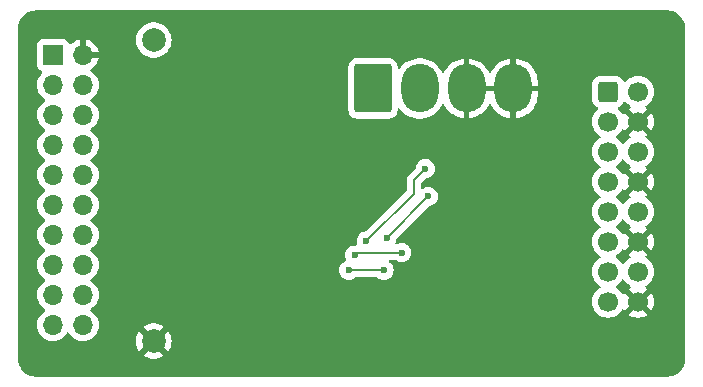
<source format=gbl>
G04 #@! TF.GenerationSoftware,KiCad,Pcbnew,8.0.8-8.0.8-0~ubuntu22.04.1*
G04 #@! TF.CreationDate,2025-01-23T22:17:41+01:00*
G04 #@! TF.ProjectId,glm5va,676c6d35-7661-42e6-9b69-6361645f7063,v1.0*
G04 #@! TF.SameCoordinates,Original*
G04 #@! TF.FileFunction,Copper,L2,Bot*
G04 #@! TF.FilePolarity,Positive*
%FSLAX46Y46*%
G04 Gerber Fmt 4.6, Leading zero omitted, Abs format (unit mm)*
G04 Created by KiCad (PCBNEW 8.0.8-8.0.8-0~ubuntu22.04.1) date 2025-01-23 22:17:41*
%MOMM*%
%LPD*%
G01*
G04 APERTURE LIST*
G04 Aperture macros list*
%AMRoundRect*
0 Rectangle with rounded corners*
0 $1 Rounding radius*
0 $2 $3 $4 $5 $6 $7 $8 $9 X,Y pos of 4 corners*
0 Add a 4 corners polygon primitive as box body*
4,1,4,$2,$3,$4,$5,$6,$7,$8,$9,$2,$3,0*
0 Add four circle primitives for the rounded corners*
1,1,$1+$1,$2,$3*
1,1,$1+$1,$4,$5*
1,1,$1+$1,$6,$7*
1,1,$1+$1,$8,$9*
0 Add four rect primitives between the rounded corners*
20,1,$1+$1,$2,$3,$4,$5,0*
20,1,$1+$1,$4,$5,$6,$7,0*
20,1,$1+$1,$6,$7,$8,$9,0*
20,1,$1+$1,$8,$9,$2,$3,0*%
G04 Aperture macros list end*
G04 #@! TA.AperFunction,ComponentPad*
%ADD10RoundRect,0.250000X-0.600000X-0.600000X0.600000X-0.600000X0.600000X0.600000X-0.600000X0.600000X0*%
G04 #@! TD*
G04 #@! TA.AperFunction,ComponentPad*
%ADD11C,1.700000*%
G04 #@! TD*
G04 #@! TA.AperFunction,ComponentPad*
%ADD12R,1.700000X1.700000*%
G04 #@! TD*
G04 #@! TA.AperFunction,ComponentPad*
%ADD13O,1.700000X1.700000*%
G04 #@! TD*
G04 #@! TA.AperFunction,ComponentPad*
%ADD14C,2.000000*%
G04 #@! TD*
G04 #@! TA.AperFunction,ComponentPad*
%ADD15RoundRect,0.250000X-1.330000X-1.800000X1.330000X-1.800000X1.330000X1.800000X-1.330000X1.800000X0*%
G04 #@! TD*
G04 #@! TA.AperFunction,ComponentPad*
%ADD16O,3.160000X4.100000*%
G04 #@! TD*
G04 #@! TA.AperFunction,ViaPad*
%ADD17C,0.600000*%
G04 #@! TD*
G04 #@! TA.AperFunction,Conductor*
%ADD18C,0.200000*%
G04 #@! TD*
G04 APERTURE END LIST*
D10*
X166960000Y-76880000D03*
D11*
X169500000Y-76880000D03*
X166960000Y-79420000D03*
X169500000Y-79420000D03*
X166960000Y-81960000D03*
X169500000Y-81960000D03*
X166960000Y-84500000D03*
X169500000Y-84500000D03*
X166960000Y-87040000D03*
X169500000Y-87040000D03*
X166960000Y-89580000D03*
X169500000Y-89580000D03*
X166960000Y-92120000D03*
X169500000Y-92120000D03*
X166960000Y-94660000D03*
X169500000Y-94660000D03*
D12*
X119960000Y-73760000D03*
D13*
X122500000Y-73760000D03*
X119960000Y-76300000D03*
X122500000Y-76300000D03*
X119960000Y-78840000D03*
X122500000Y-78840000D03*
X119960000Y-81380000D03*
X122500000Y-81380000D03*
X119960000Y-83920000D03*
X122500000Y-83920000D03*
X119960000Y-86460000D03*
X122500000Y-86460000D03*
X119960000Y-89000000D03*
X122500000Y-89000000D03*
X119960000Y-91540000D03*
X122500000Y-91540000D03*
X119960000Y-94080000D03*
X122500000Y-94080000D03*
X119960000Y-96620000D03*
X122500000Y-96620000D03*
D14*
X128500000Y-72500000D03*
D15*
X147060000Y-76605000D03*
D16*
X151020000Y-76605000D03*
X154980000Y-76605000D03*
X158940000Y-76605000D03*
D14*
X128500000Y-98000000D03*
D17*
X141500000Y-86000000D03*
X142000000Y-73000000D03*
X136500000Y-72500000D03*
X136500000Y-87000000D03*
X131000000Y-82500000D03*
X131500000Y-95000000D03*
X146500000Y-89500000D03*
X151500000Y-83385356D03*
X148250000Y-89250000D03*
X151750000Y-85750000D03*
X149500000Y-90500000D03*
X145500000Y-90700000D03*
X145000000Y-92000000D03*
X148000000Y-92000000D03*
D18*
X146500000Y-89500000D02*
X150500000Y-85500000D01*
X150500000Y-84385356D02*
X151500000Y-83385356D01*
X150500000Y-85500000D02*
X150500000Y-84385356D01*
X148250000Y-89250000D02*
X151750000Y-85750000D01*
X149500000Y-90500000D02*
X145700000Y-90500000D01*
X145700000Y-90500000D02*
X145500000Y-90700000D01*
X148000000Y-92000000D02*
X145000000Y-92000000D01*
G04 #@! TA.AperFunction,Conductor*
G36*
X168314855Y-92786546D02*
G01*
X168331575Y-92805842D01*
X168461500Y-92991395D01*
X168461505Y-92991401D01*
X168628599Y-93158495D01*
X168801288Y-93279413D01*
X168814595Y-93288731D01*
X168858219Y-93343308D01*
X168865412Y-93412807D01*
X168833890Y-93475161D01*
X168814594Y-93491881D01*
X168738627Y-93545073D01*
X168738626Y-93545073D01*
X169370591Y-94177037D01*
X169307007Y-94194075D01*
X169192993Y-94259901D01*
X169099901Y-94352993D01*
X169034075Y-94467007D01*
X169017037Y-94530590D01*
X168385073Y-93898626D01*
X168385072Y-93898627D01*
X168331880Y-93974595D01*
X168277303Y-94018220D01*
X168207805Y-94025414D01*
X168145450Y-93993891D01*
X168128730Y-93974595D01*
X167998494Y-93788597D01*
X167831402Y-93621506D01*
X167831396Y-93621501D01*
X167645842Y-93491575D01*
X167602217Y-93436998D01*
X167595023Y-93367500D01*
X167626546Y-93305145D01*
X167645842Y-93288425D01*
X167759848Y-93208597D01*
X167831401Y-93158495D01*
X167998495Y-92991401D01*
X168112891Y-92828026D01*
X168128425Y-92805842D01*
X168183002Y-92762217D01*
X168252500Y-92755023D01*
X168314855Y-92786546D01*
G37*
G04 #@! TD.AperFunction*
G04 #@! TA.AperFunction,Conductor*
G36*
X169034075Y-89772993D02*
G01*
X169099901Y-89887007D01*
X169192993Y-89980099D01*
X169307007Y-90045925D01*
X169370591Y-90062962D01*
X168738627Y-90694925D01*
X168814595Y-90748119D01*
X168858219Y-90802696D01*
X168865412Y-90872195D01*
X168833890Y-90934549D01*
X168814595Y-90951269D01*
X168628594Y-91081508D01*
X168461505Y-91248597D01*
X168331575Y-91434158D01*
X168276998Y-91477783D01*
X168207500Y-91484977D01*
X168145145Y-91453454D01*
X168128425Y-91434158D01*
X167998494Y-91248597D01*
X167831402Y-91081506D01*
X167831396Y-91081501D01*
X167645842Y-90951575D01*
X167602217Y-90896998D01*
X167595023Y-90827500D01*
X167626546Y-90765145D01*
X167645842Y-90748425D01*
X167668026Y-90732891D01*
X167831401Y-90618495D01*
X167998495Y-90451401D01*
X168128730Y-90265405D01*
X168183307Y-90221781D01*
X168252805Y-90214587D01*
X168315160Y-90246110D01*
X168331879Y-90265405D01*
X168385072Y-90341372D01*
X168385073Y-90341372D01*
X169017037Y-89709408D01*
X169034075Y-89772993D01*
G37*
G04 #@! TD.AperFunction*
G04 #@! TA.AperFunction,Conductor*
G36*
X168314855Y-87706546D02*
G01*
X168331575Y-87725842D01*
X168461500Y-87911395D01*
X168461505Y-87911401D01*
X168628599Y-88078495D01*
X168801288Y-88199413D01*
X168814595Y-88208731D01*
X168858219Y-88263308D01*
X168865412Y-88332807D01*
X168833890Y-88395161D01*
X168814594Y-88411881D01*
X168738627Y-88465073D01*
X168738626Y-88465073D01*
X169370591Y-89097037D01*
X169307007Y-89114075D01*
X169192993Y-89179901D01*
X169099901Y-89272993D01*
X169034075Y-89387007D01*
X169017037Y-89450590D01*
X168385073Y-88818626D01*
X168385072Y-88818627D01*
X168331880Y-88894595D01*
X168277303Y-88938220D01*
X168207805Y-88945414D01*
X168145450Y-88913891D01*
X168128730Y-88894595D01*
X168111637Y-88870184D01*
X168044436Y-88774210D01*
X167998494Y-88708597D01*
X167831402Y-88541506D01*
X167831396Y-88541501D01*
X167645842Y-88411575D01*
X167602217Y-88356998D01*
X167595023Y-88287500D01*
X167626546Y-88225145D01*
X167645842Y-88208425D01*
X167759848Y-88128597D01*
X167831401Y-88078495D01*
X167998495Y-87911401D01*
X168112891Y-87748026D01*
X168128425Y-87725842D01*
X168183002Y-87682217D01*
X168252500Y-87675023D01*
X168314855Y-87706546D01*
G37*
G04 #@! TD.AperFunction*
G04 #@! TA.AperFunction,Conductor*
G36*
X169034075Y-84692993D02*
G01*
X169099901Y-84807007D01*
X169192993Y-84900099D01*
X169307007Y-84965925D01*
X169370591Y-84982962D01*
X168738627Y-85614925D01*
X168814595Y-85668119D01*
X168858219Y-85722696D01*
X168865412Y-85792195D01*
X168833890Y-85854549D01*
X168814595Y-85871269D01*
X168628594Y-86001508D01*
X168461505Y-86168597D01*
X168331575Y-86354158D01*
X168276998Y-86397783D01*
X168207500Y-86404977D01*
X168145145Y-86373454D01*
X168128425Y-86354158D01*
X167998494Y-86168597D01*
X167831402Y-86001506D01*
X167831396Y-86001501D01*
X167645842Y-85871575D01*
X167602217Y-85816998D01*
X167595023Y-85747500D01*
X167626546Y-85685145D01*
X167645842Y-85668425D01*
X167785343Y-85570745D01*
X167831401Y-85538495D01*
X167998495Y-85371401D01*
X168128730Y-85185405D01*
X168183307Y-85141781D01*
X168252805Y-85134587D01*
X168315160Y-85166110D01*
X168331879Y-85185405D01*
X168385072Y-85261372D01*
X168385073Y-85261372D01*
X169017037Y-84629408D01*
X169034075Y-84692993D01*
G37*
G04 #@! TD.AperFunction*
G04 #@! TA.AperFunction,Conductor*
G36*
X168314855Y-82626546D02*
G01*
X168331575Y-82645842D01*
X168461500Y-82831395D01*
X168461505Y-82831401D01*
X168628599Y-82998495D01*
X168801288Y-83119413D01*
X168814595Y-83128731D01*
X168858219Y-83183308D01*
X168865412Y-83252807D01*
X168833890Y-83315161D01*
X168814594Y-83331881D01*
X168738627Y-83385073D01*
X168738626Y-83385073D01*
X169370591Y-84017037D01*
X169307007Y-84034075D01*
X169192993Y-84099901D01*
X169099901Y-84192993D01*
X169034075Y-84307007D01*
X169017037Y-84370590D01*
X168385073Y-83738626D01*
X168385072Y-83738627D01*
X168331880Y-83814595D01*
X168277303Y-83858220D01*
X168207805Y-83865414D01*
X168145450Y-83833891D01*
X168128730Y-83814595D01*
X167998494Y-83628597D01*
X167831402Y-83461506D01*
X167831396Y-83461501D01*
X167645842Y-83331575D01*
X167602217Y-83276998D01*
X167595023Y-83207500D01*
X167626546Y-83145145D01*
X167645842Y-83128425D01*
X167778078Y-83035832D01*
X167831401Y-82998495D01*
X167998495Y-82831401D01*
X168118815Y-82659567D01*
X168128425Y-82645842D01*
X168183002Y-82602217D01*
X168252500Y-82595023D01*
X168314855Y-82626546D01*
G37*
G04 #@! TD.AperFunction*
G04 #@! TA.AperFunction,Conductor*
G36*
X169034075Y-79612993D02*
G01*
X169099901Y-79727007D01*
X169192993Y-79820099D01*
X169307007Y-79885925D01*
X169370591Y-79902962D01*
X168738627Y-80534925D01*
X168814595Y-80588119D01*
X168858219Y-80642696D01*
X168865412Y-80712195D01*
X168833890Y-80774549D01*
X168814595Y-80791269D01*
X168628594Y-80921508D01*
X168461505Y-81088597D01*
X168331575Y-81274158D01*
X168276998Y-81317783D01*
X168207500Y-81324977D01*
X168145145Y-81293454D01*
X168128425Y-81274158D01*
X167998494Y-81088597D01*
X167831402Y-80921506D01*
X167831396Y-80921501D01*
X167645842Y-80791575D01*
X167602217Y-80736998D01*
X167595023Y-80667500D01*
X167626546Y-80605145D01*
X167645842Y-80588425D01*
X167759848Y-80508597D01*
X167831401Y-80458495D01*
X167998495Y-80291401D01*
X168128730Y-80105405D01*
X168183307Y-80061781D01*
X168252805Y-80054587D01*
X168315160Y-80086110D01*
X168331879Y-80105405D01*
X168385072Y-80181372D01*
X168385073Y-80181372D01*
X169017037Y-79549408D01*
X169034075Y-79612993D01*
G37*
G04 #@! TD.AperFunction*
G04 #@! TA.AperFunction,Conductor*
G36*
X168420720Y-77718779D02*
G01*
X168457483Y-77747766D01*
X168457677Y-77747573D01*
X168459313Y-77749209D01*
X168460354Y-77750030D01*
X168461501Y-77751397D01*
X168461505Y-77751401D01*
X168628599Y-77918495D01*
X168801288Y-78039413D01*
X168814595Y-78048731D01*
X168858219Y-78103308D01*
X168865412Y-78172807D01*
X168833890Y-78235161D01*
X168814594Y-78251881D01*
X168738627Y-78305073D01*
X168738626Y-78305073D01*
X169370591Y-78937037D01*
X169307007Y-78954075D01*
X169192993Y-79019901D01*
X169099901Y-79112993D01*
X169034075Y-79227007D01*
X169017037Y-79290590D01*
X168385073Y-78658626D01*
X168385072Y-78658627D01*
X168331880Y-78734595D01*
X168277303Y-78778220D01*
X168207805Y-78785414D01*
X168145450Y-78753891D01*
X168128730Y-78734595D01*
X167998494Y-78548597D01*
X167831398Y-78381501D01*
X167830030Y-78380354D01*
X167829592Y-78379696D01*
X167827573Y-78377677D01*
X167827978Y-78377271D01*
X167791330Y-78322182D01*
X167790224Y-78252321D01*
X167827063Y-78192952D01*
X167870737Y-78167662D01*
X167879334Y-78164814D01*
X168028656Y-78072712D01*
X168152712Y-77948656D01*
X168244814Y-77799334D01*
X168247662Y-77790738D01*
X168287429Y-77733294D01*
X168351944Y-77706468D01*
X168420720Y-77718779D01*
G37*
G04 #@! TD.AperFunction*
G04 #@! TA.AperFunction,Conductor*
G36*
X158122665Y-76357064D02*
G01*
X158090000Y-76521282D01*
X158090000Y-76688718D01*
X158122665Y-76852936D01*
X158123520Y-76855000D01*
X155796480Y-76855000D01*
X155797335Y-76852936D01*
X155830000Y-76688718D01*
X155830000Y-76521282D01*
X155797335Y-76357064D01*
X155796480Y-76355000D01*
X158123520Y-76355000D01*
X158122665Y-76357064D01*
G37*
G04 #@! TD.AperFunction*
G04 #@! TA.AperFunction,Conductor*
G36*
X172004418Y-70000816D02*
G01*
X172204561Y-70015130D01*
X172222063Y-70017647D01*
X172413797Y-70059355D01*
X172430755Y-70064334D01*
X172614609Y-70132909D01*
X172630701Y-70140259D01*
X172802904Y-70234288D01*
X172817784Y-70243849D01*
X172974867Y-70361441D01*
X172988237Y-70373027D01*
X173126972Y-70511762D01*
X173138558Y-70525132D01*
X173256146Y-70682210D01*
X173265711Y-70697095D01*
X173359740Y-70869298D01*
X173367090Y-70885390D01*
X173435662Y-71069236D01*
X173440646Y-71086212D01*
X173482351Y-71277931D01*
X173484869Y-71295442D01*
X173499184Y-71495580D01*
X173499500Y-71504427D01*
X173499500Y-99495572D01*
X173499184Y-99504419D01*
X173484869Y-99704557D01*
X173482351Y-99722068D01*
X173440646Y-99913787D01*
X173435662Y-99930763D01*
X173367090Y-100114609D01*
X173359740Y-100130701D01*
X173265711Y-100302904D01*
X173256146Y-100317789D01*
X173138558Y-100474867D01*
X173126972Y-100488237D01*
X172988237Y-100626972D01*
X172974867Y-100638558D01*
X172817789Y-100756146D01*
X172802904Y-100765711D01*
X172630701Y-100859740D01*
X172614609Y-100867090D01*
X172430763Y-100935662D01*
X172413787Y-100940646D01*
X172222068Y-100982351D01*
X172204557Y-100984869D01*
X172023779Y-100997799D01*
X172004417Y-100999184D01*
X171995572Y-100999500D01*
X118504428Y-100999500D01*
X118495582Y-100999184D01*
X118473622Y-100997613D01*
X118295442Y-100984869D01*
X118277931Y-100982351D01*
X118086212Y-100940646D01*
X118069236Y-100935662D01*
X117885390Y-100867090D01*
X117869298Y-100859740D01*
X117697095Y-100765711D01*
X117682210Y-100756146D01*
X117525132Y-100638558D01*
X117511762Y-100626972D01*
X117373027Y-100488237D01*
X117361441Y-100474867D01*
X117243849Y-100317784D01*
X117234288Y-100302904D01*
X117140259Y-100130701D01*
X117132909Y-100114609D01*
X117072091Y-99951551D01*
X117064334Y-99930755D01*
X117059355Y-99913797D01*
X117017647Y-99722063D01*
X117015130Y-99704556D01*
X117000816Y-99504418D01*
X117000500Y-99495572D01*
X117000500Y-97999994D01*
X126994859Y-97999994D01*
X126994859Y-98000005D01*
X127015385Y-98247729D01*
X127015387Y-98247738D01*
X127076412Y-98488717D01*
X127176267Y-98716367D01*
X127276562Y-98869881D01*
X128017037Y-98129408D01*
X128034075Y-98192993D01*
X128099901Y-98307007D01*
X128192993Y-98400099D01*
X128307007Y-98465925D01*
X128370591Y-98482962D01*
X127629943Y-99223609D01*
X127676768Y-99260055D01*
X127676771Y-99260057D01*
X127895385Y-99378364D01*
X127895396Y-99378369D01*
X128130506Y-99459083D01*
X128375707Y-99500000D01*
X128624293Y-99500000D01*
X128869493Y-99459083D01*
X129104603Y-99378369D01*
X129104614Y-99378364D01*
X129323230Y-99260056D01*
X129323236Y-99260051D01*
X129370055Y-99223610D01*
X129370056Y-99223609D01*
X128629408Y-98482962D01*
X128692993Y-98465925D01*
X128807007Y-98400099D01*
X128900099Y-98307007D01*
X128965925Y-98192993D01*
X128982962Y-98129409D01*
X129723435Y-98869882D01*
X129823733Y-98716364D01*
X129923587Y-98488717D01*
X129984612Y-98247738D01*
X129984614Y-98247729D01*
X130005141Y-98000005D01*
X130005141Y-97999994D01*
X129984614Y-97752270D01*
X129984612Y-97752261D01*
X129923587Y-97511282D01*
X129823732Y-97283632D01*
X129723435Y-97130116D01*
X128982962Y-97870590D01*
X128965925Y-97807007D01*
X128900099Y-97692993D01*
X128807007Y-97599901D01*
X128692993Y-97534075D01*
X128629409Y-97517037D01*
X129370055Y-96776389D01*
X129370055Y-96776388D01*
X129323236Y-96739947D01*
X129323231Y-96739944D01*
X129104614Y-96621635D01*
X129104603Y-96621630D01*
X128869493Y-96540916D01*
X128624293Y-96500000D01*
X128375707Y-96500000D01*
X128130506Y-96540916D01*
X127895396Y-96621630D01*
X127895385Y-96621635D01*
X127676770Y-96739943D01*
X127629943Y-96776389D01*
X128370591Y-97517037D01*
X128307007Y-97534075D01*
X128192993Y-97599901D01*
X128099901Y-97692993D01*
X128034075Y-97807007D01*
X128017037Y-97870591D01*
X127276563Y-97130117D01*
X127176267Y-97283633D01*
X127176265Y-97283637D01*
X127076412Y-97511282D01*
X127015387Y-97752261D01*
X127015385Y-97752270D01*
X126994859Y-97999994D01*
X117000500Y-97999994D01*
X117000500Y-76299999D01*
X118604341Y-76299999D01*
X118604341Y-76300000D01*
X118624936Y-76535403D01*
X118624938Y-76535413D01*
X118686094Y-76763655D01*
X118686096Y-76763659D01*
X118686097Y-76763663D01*
X118740346Y-76879999D01*
X118785965Y-76977830D01*
X118785967Y-76977834D01*
X118806828Y-77007626D01*
X118921501Y-77171396D01*
X118921506Y-77171402D01*
X119088597Y-77338493D01*
X119088603Y-77338498D01*
X119274158Y-77468425D01*
X119317783Y-77523002D01*
X119324977Y-77592500D01*
X119293454Y-77654855D01*
X119274158Y-77671575D01*
X119088597Y-77801505D01*
X118921505Y-77968597D01*
X118785965Y-78162169D01*
X118785964Y-78162171D01*
X118686098Y-78376335D01*
X118686094Y-78376344D01*
X118624938Y-78604586D01*
X118624936Y-78604596D01*
X118604341Y-78839999D01*
X118604341Y-78840000D01*
X118624936Y-79075403D01*
X118624938Y-79075413D01*
X118686094Y-79303655D01*
X118686096Y-79303659D01*
X118686097Y-79303663D01*
X118766004Y-79475023D01*
X118785965Y-79517830D01*
X118785967Y-79517834D01*
X118852599Y-79612993D01*
X118921501Y-79711396D01*
X118921506Y-79711402D01*
X119088597Y-79878493D01*
X119088603Y-79878498D01*
X119274158Y-80008425D01*
X119317783Y-80063002D01*
X119324977Y-80132500D01*
X119293454Y-80194855D01*
X119274158Y-80211575D01*
X119088597Y-80341505D01*
X118921505Y-80508597D01*
X118785965Y-80702169D01*
X118785964Y-80702171D01*
X118686098Y-80916335D01*
X118686094Y-80916344D01*
X118624938Y-81144586D01*
X118624936Y-81144596D01*
X118604341Y-81379999D01*
X118604341Y-81380000D01*
X118624936Y-81615403D01*
X118624938Y-81615413D01*
X118686094Y-81843655D01*
X118686096Y-81843659D01*
X118686097Y-81843663D01*
X118690000Y-81852032D01*
X118785965Y-82057830D01*
X118785967Y-82057834D01*
X118882295Y-82195403D01*
X118921501Y-82251396D01*
X118921506Y-82251402D01*
X119088597Y-82418493D01*
X119088603Y-82418498D01*
X119274158Y-82548425D01*
X119317783Y-82603002D01*
X119324977Y-82672500D01*
X119293454Y-82734855D01*
X119274158Y-82751575D01*
X119088597Y-82881505D01*
X118921505Y-83048597D01*
X118785965Y-83242169D01*
X118785964Y-83242171D01*
X118686098Y-83456335D01*
X118686094Y-83456344D01*
X118624938Y-83684586D01*
X118624936Y-83684596D01*
X118604341Y-83919999D01*
X118604341Y-83920000D01*
X118624936Y-84155403D01*
X118624938Y-84155413D01*
X118686094Y-84383655D01*
X118686096Y-84383659D01*
X118686097Y-84383663D01*
X118766004Y-84555023D01*
X118785965Y-84597830D01*
X118785967Y-84597834D01*
X118852599Y-84692993D01*
X118921501Y-84791396D01*
X118921506Y-84791402D01*
X119088597Y-84958493D01*
X119088603Y-84958498D01*
X119274158Y-85088425D01*
X119317783Y-85143002D01*
X119324977Y-85212500D01*
X119293454Y-85274855D01*
X119274158Y-85291575D01*
X119088597Y-85421505D01*
X118921505Y-85588597D01*
X118785965Y-85782169D01*
X118785964Y-85782171D01*
X118686098Y-85996335D01*
X118686094Y-85996344D01*
X118624938Y-86224586D01*
X118624936Y-86224596D01*
X118604341Y-86459999D01*
X118604341Y-86460000D01*
X118624936Y-86695403D01*
X118624938Y-86695413D01*
X118686094Y-86923655D01*
X118686096Y-86923659D01*
X118686097Y-86923663D01*
X118690000Y-86932032D01*
X118785965Y-87137830D01*
X118785967Y-87137834D01*
X118882295Y-87275403D01*
X118921501Y-87331396D01*
X118921506Y-87331402D01*
X119088597Y-87498493D01*
X119088603Y-87498498D01*
X119274158Y-87628425D01*
X119317783Y-87683002D01*
X119324977Y-87752500D01*
X119293454Y-87814855D01*
X119274158Y-87831575D01*
X119088597Y-87961505D01*
X118921505Y-88128597D01*
X118785965Y-88322169D01*
X118785964Y-88322171D01*
X118686098Y-88536335D01*
X118686094Y-88536344D01*
X118624938Y-88764586D01*
X118624936Y-88764596D01*
X118604341Y-88999999D01*
X118604341Y-89000000D01*
X118624936Y-89235403D01*
X118624938Y-89235413D01*
X118686094Y-89463655D01*
X118686096Y-89463659D01*
X118686097Y-89463663D01*
X118749449Y-89599522D01*
X118785965Y-89677830D01*
X118785967Y-89677834D01*
X118871162Y-89799504D01*
X118921501Y-89871396D01*
X118921506Y-89871402D01*
X119088597Y-90038493D01*
X119088603Y-90038498D01*
X119274158Y-90168425D01*
X119317783Y-90223002D01*
X119324977Y-90292500D01*
X119293454Y-90354855D01*
X119274158Y-90371575D01*
X119088597Y-90501505D01*
X118921505Y-90668597D01*
X118785965Y-90862169D01*
X118785964Y-90862171D01*
X118686098Y-91076335D01*
X118686094Y-91076344D01*
X118624938Y-91304586D01*
X118624936Y-91304596D01*
X118604341Y-91539999D01*
X118604341Y-91540000D01*
X118624936Y-91775403D01*
X118624938Y-91775413D01*
X118686094Y-92003655D01*
X118686096Y-92003659D01*
X118686097Y-92003663D01*
X118690000Y-92012032D01*
X118785965Y-92217830D01*
X118785967Y-92217834D01*
X118882295Y-92355403D01*
X118921501Y-92411396D01*
X118921506Y-92411402D01*
X119088597Y-92578493D01*
X119088603Y-92578498D01*
X119274158Y-92708425D01*
X119317783Y-92763002D01*
X119324977Y-92832500D01*
X119293454Y-92894855D01*
X119274158Y-92911575D01*
X119088597Y-93041505D01*
X118921505Y-93208597D01*
X118785965Y-93402169D01*
X118785964Y-93402171D01*
X118686098Y-93616335D01*
X118686094Y-93616344D01*
X118624938Y-93844586D01*
X118624936Y-93844596D01*
X118604341Y-94079999D01*
X118604341Y-94080000D01*
X118624936Y-94315403D01*
X118624938Y-94315413D01*
X118686094Y-94543655D01*
X118686096Y-94543659D01*
X118686097Y-94543663D01*
X118766004Y-94715023D01*
X118785965Y-94757830D01*
X118785967Y-94757834D01*
X118852599Y-94852993D01*
X118921501Y-94951396D01*
X118921506Y-94951402D01*
X119088597Y-95118493D01*
X119088603Y-95118498D01*
X119274158Y-95248425D01*
X119317783Y-95303002D01*
X119324977Y-95372500D01*
X119293454Y-95434855D01*
X119274158Y-95451575D01*
X119088597Y-95581505D01*
X118921505Y-95748597D01*
X118785965Y-95942169D01*
X118785964Y-95942171D01*
X118686098Y-96156335D01*
X118686094Y-96156344D01*
X118624938Y-96384586D01*
X118624936Y-96384596D01*
X118604341Y-96619999D01*
X118604341Y-96620000D01*
X118624936Y-96855403D01*
X118624938Y-96855413D01*
X118686094Y-97083655D01*
X118686096Y-97083659D01*
X118686097Y-97083663D01*
X118707759Y-97130117D01*
X118785965Y-97297830D01*
X118785967Y-97297834D01*
X118894281Y-97452521D01*
X118921505Y-97491401D01*
X119088599Y-97658495D01*
X119185384Y-97726265D01*
X119282165Y-97794032D01*
X119282167Y-97794033D01*
X119282170Y-97794035D01*
X119496337Y-97893903D01*
X119724592Y-97955063D01*
X119912918Y-97971539D01*
X119959999Y-97975659D01*
X119960000Y-97975659D01*
X119960001Y-97975659D01*
X119999234Y-97972226D01*
X120195408Y-97955063D01*
X120423663Y-97893903D01*
X120637830Y-97794035D01*
X120831401Y-97658495D01*
X120998495Y-97491401D01*
X121128425Y-97305842D01*
X121183002Y-97262217D01*
X121252500Y-97255023D01*
X121314855Y-97286546D01*
X121331575Y-97305842D01*
X121461500Y-97491395D01*
X121461505Y-97491401D01*
X121628599Y-97658495D01*
X121725384Y-97726265D01*
X121822165Y-97794032D01*
X121822167Y-97794033D01*
X121822170Y-97794035D01*
X122036337Y-97893903D01*
X122264592Y-97955063D01*
X122452918Y-97971539D01*
X122499999Y-97975659D01*
X122500000Y-97975659D01*
X122500001Y-97975659D01*
X122539234Y-97972226D01*
X122735408Y-97955063D01*
X122963663Y-97893903D01*
X123177830Y-97794035D01*
X123371401Y-97658495D01*
X123538495Y-97491401D01*
X123674035Y-97297830D01*
X123773903Y-97083663D01*
X123835063Y-96855408D01*
X123855659Y-96620000D01*
X123835063Y-96384592D01*
X123773903Y-96156337D01*
X123674035Y-95942171D01*
X123668425Y-95934158D01*
X123538494Y-95748597D01*
X123371402Y-95581506D01*
X123371396Y-95581501D01*
X123185842Y-95451575D01*
X123142217Y-95396998D01*
X123135023Y-95327500D01*
X123166546Y-95265145D01*
X123185842Y-95248425D01*
X123208026Y-95232891D01*
X123371401Y-95118495D01*
X123538495Y-94951401D01*
X123674035Y-94757830D01*
X123773903Y-94543663D01*
X123835063Y-94315408D01*
X123855659Y-94080000D01*
X123835063Y-93844592D01*
X123773903Y-93616337D01*
X123674035Y-93402171D01*
X123668425Y-93394158D01*
X123538494Y-93208597D01*
X123371402Y-93041506D01*
X123371396Y-93041501D01*
X123185842Y-92911575D01*
X123142217Y-92856998D01*
X123135023Y-92787500D01*
X123166546Y-92725145D01*
X123185842Y-92708425D01*
X123298107Y-92629816D01*
X123371401Y-92578495D01*
X123538495Y-92411401D01*
X123674035Y-92217830D01*
X123773903Y-92003663D01*
X123774886Y-91999996D01*
X144194435Y-91999996D01*
X144194435Y-92000003D01*
X144214630Y-92179249D01*
X144214631Y-92179254D01*
X144274211Y-92349523D01*
X144370184Y-92502262D01*
X144497738Y-92629816D01*
X144588080Y-92686582D01*
X144631771Y-92714035D01*
X144650478Y-92725789D01*
X144756827Y-92763002D01*
X144820745Y-92785368D01*
X144820750Y-92785369D01*
X144999996Y-92805565D01*
X145000000Y-92805565D01*
X145000004Y-92805565D01*
X145179249Y-92785369D01*
X145179252Y-92785368D01*
X145179255Y-92785368D01*
X145349522Y-92725789D01*
X145502262Y-92629816D01*
X145502267Y-92629810D01*
X145505097Y-92627555D01*
X145507275Y-92626665D01*
X145508158Y-92626111D01*
X145508255Y-92626265D01*
X145569783Y-92601145D01*
X145582412Y-92600500D01*
X147417588Y-92600500D01*
X147484627Y-92620185D01*
X147494903Y-92627555D01*
X147497736Y-92629814D01*
X147497738Y-92629816D01*
X147611270Y-92701152D01*
X147631771Y-92714035D01*
X147650478Y-92725789D01*
X147756827Y-92763002D01*
X147820745Y-92785368D01*
X147820750Y-92785369D01*
X147999996Y-92805565D01*
X148000000Y-92805565D01*
X148000004Y-92805565D01*
X148179249Y-92785369D01*
X148179252Y-92785368D01*
X148179255Y-92785368D01*
X148349522Y-92725789D01*
X148502262Y-92629816D01*
X148629816Y-92502262D01*
X148725789Y-92349522D01*
X148785368Y-92179255D01*
X148785845Y-92175023D01*
X148805565Y-92000003D01*
X148805565Y-91999996D01*
X148785369Y-91820750D01*
X148785368Y-91820745D01*
X148769502Y-91775403D01*
X148725789Y-91650478D01*
X148629816Y-91497738D01*
X148502262Y-91370184D01*
X148437503Y-91329493D01*
X148391213Y-91277159D01*
X148380565Y-91208106D01*
X148408940Y-91144257D01*
X148467330Y-91105885D01*
X148503476Y-91100500D01*
X148917588Y-91100500D01*
X148984627Y-91120185D01*
X148994903Y-91127555D01*
X148997736Y-91129814D01*
X148997738Y-91129816D01*
X149150478Y-91225789D01*
X149242112Y-91257853D01*
X149320745Y-91285368D01*
X149320750Y-91285369D01*
X149499996Y-91305565D01*
X149500000Y-91305565D01*
X149500004Y-91305565D01*
X149679249Y-91285369D01*
X149679252Y-91285368D01*
X149679255Y-91285368D01*
X149849522Y-91225789D01*
X150002262Y-91129816D01*
X150129816Y-91002262D01*
X150225789Y-90849522D01*
X150285368Y-90679255D01*
X150303228Y-90520745D01*
X150305565Y-90500003D01*
X150305565Y-90499996D01*
X150285369Y-90320750D01*
X150285368Y-90320745D01*
X150275485Y-90292500D01*
X150225789Y-90150478D01*
X150129816Y-89997738D01*
X150002262Y-89870184D01*
X149915079Y-89815403D01*
X149849523Y-89774211D01*
X149679254Y-89714631D01*
X149679249Y-89714630D01*
X149500004Y-89694435D01*
X149499996Y-89694435D01*
X149320750Y-89714630D01*
X149320745Y-89714631D01*
X149150473Y-89774212D01*
X149140457Y-89780506D01*
X149073220Y-89799504D01*
X149006385Y-89779134D01*
X148961173Y-89725864D01*
X148951938Y-89656608D01*
X148969498Y-89609534D01*
X148975789Y-89599522D01*
X148993392Y-89549215D01*
X149035368Y-89429255D01*
X149045161Y-89342329D01*
X149072226Y-89277918D01*
X149080690Y-89268543D01*
X151768535Y-86580698D01*
X151829856Y-86547215D01*
X151842311Y-86545163D01*
X151929255Y-86535368D01*
X152099522Y-86475789D01*
X152252262Y-86379816D01*
X152379816Y-86252262D01*
X152475789Y-86099522D01*
X152535368Y-85929255D01*
X152541867Y-85871575D01*
X152555565Y-85750003D01*
X152555565Y-85749996D01*
X152535369Y-85570750D01*
X152535368Y-85570745D01*
X152524083Y-85538495D01*
X152475789Y-85400478D01*
X152379816Y-85247738D01*
X152252262Y-85120184D01*
X152210646Y-85094035D01*
X152099523Y-85024211D01*
X151929254Y-84964631D01*
X151929249Y-84964630D01*
X151750004Y-84944435D01*
X151749996Y-84944435D01*
X151570750Y-84964630D01*
X151570745Y-84964631D01*
X151400476Y-85024211D01*
X151290472Y-85093332D01*
X151223235Y-85112332D01*
X151156400Y-85091964D01*
X151111186Y-85038696D01*
X151100500Y-84988338D01*
X151100500Y-84685452D01*
X151120185Y-84618413D01*
X151136815Y-84597775D01*
X151518535Y-84216054D01*
X151579856Y-84182571D01*
X151592311Y-84180519D01*
X151679255Y-84170724D01*
X151849522Y-84111145D01*
X152002262Y-84015172D01*
X152129816Y-83887618D01*
X152225789Y-83734878D01*
X152285368Y-83564611D01*
X152297567Y-83456344D01*
X152305565Y-83385359D01*
X152305565Y-83385352D01*
X152285369Y-83206106D01*
X152285368Y-83206101D01*
X152264145Y-83145449D01*
X152225789Y-83035834D01*
X152129816Y-82883094D01*
X152002262Y-82755540D01*
X151995952Y-82751575D01*
X151849523Y-82659567D01*
X151679254Y-82599987D01*
X151679249Y-82599986D01*
X151500004Y-82579791D01*
X151499996Y-82579791D01*
X151320750Y-82599986D01*
X151320745Y-82599987D01*
X151150476Y-82659567D01*
X150997737Y-82755540D01*
X150870184Y-82883093D01*
X150774210Y-83035834D01*
X150714630Y-83206106D01*
X150704837Y-83293024D01*
X150677770Y-83357438D01*
X150669298Y-83366821D01*
X150131286Y-83904834D01*
X150019481Y-84016638D01*
X150019479Y-84016641D01*
X149969361Y-84103450D01*
X149969359Y-84103452D01*
X149940425Y-84153565D01*
X149940424Y-84153566D01*
X149939929Y-84155413D01*
X149899499Y-84306299D01*
X149899499Y-84306301D01*
X149899499Y-84474402D01*
X149899500Y-84474415D01*
X149899500Y-85199902D01*
X149879815Y-85266941D01*
X149863181Y-85287583D01*
X146481465Y-88669298D01*
X146420142Y-88702783D01*
X146407668Y-88704837D01*
X146320750Y-88714630D01*
X146150478Y-88774210D01*
X145997737Y-88870184D01*
X145870184Y-88997737D01*
X145774211Y-89150476D01*
X145714631Y-89320745D01*
X145714630Y-89320750D01*
X145694435Y-89499996D01*
X145694435Y-89500003D01*
X145714630Y-89679249D01*
X145714632Y-89679259D01*
X145733978Y-89734543D01*
X145737541Y-89804322D01*
X145702812Y-89864950D01*
X145640819Y-89897177D01*
X145628988Y-89898327D01*
X145629003Y-89898438D01*
X145620945Y-89899499D01*
X145620943Y-89899499D01*
X145620941Y-89899499D01*
X145612887Y-89900560D01*
X145612823Y-89900076D01*
X145575130Y-89902900D01*
X145500003Y-89894435D01*
X145499996Y-89894435D01*
X145320750Y-89914630D01*
X145320745Y-89914631D01*
X145150476Y-89974211D01*
X144997737Y-90070184D01*
X144870184Y-90197737D01*
X144774211Y-90350476D01*
X144714631Y-90520745D01*
X144714630Y-90520750D01*
X144694435Y-90699996D01*
X144694435Y-90700003D01*
X144714630Y-90879249D01*
X144714631Y-90879254D01*
X144774211Y-91049524D01*
X144784917Y-91066561D01*
X144803918Y-91133797D01*
X144783551Y-91200633D01*
X144730284Y-91245847D01*
X144720879Y-91249575D01*
X144650480Y-91274208D01*
X144497737Y-91370184D01*
X144370184Y-91497737D01*
X144274211Y-91650476D01*
X144214631Y-91820745D01*
X144214630Y-91820750D01*
X144194435Y-91999996D01*
X123774886Y-91999996D01*
X123835063Y-91775408D01*
X123855659Y-91540000D01*
X123835063Y-91304592D01*
X123773903Y-91076337D01*
X123674035Y-90862171D01*
X123668425Y-90854158D01*
X123538494Y-90668597D01*
X123371402Y-90501506D01*
X123371396Y-90501501D01*
X123185842Y-90371575D01*
X123142217Y-90316998D01*
X123135023Y-90247500D01*
X123166546Y-90185145D01*
X123185842Y-90168425D01*
X123211476Y-90150476D01*
X123371401Y-90038495D01*
X123538495Y-89871401D01*
X123674035Y-89677830D01*
X123773903Y-89463663D01*
X123835063Y-89235408D01*
X123855659Y-89000000D01*
X123835063Y-88764592D01*
X123773903Y-88536337D01*
X123674035Y-88322171D01*
X123668425Y-88314158D01*
X123538494Y-88128597D01*
X123371402Y-87961506D01*
X123371396Y-87961501D01*
X123185842Y-87831575D01*
X123142217Y-87776998D01*
X123135023Y-87707500D01*
X123166546Y-87645145D01*
X123185842Y-87628425D01*
X123352068Y-87512032D01*
X123371401Y-87498495D01*
X123538495Y-87331401D01*
X123674035Y-87137830D01*
X123773903Y-86923663D01*
X123835063Y-86695408D01*
X123855659Y-86460000D01*
X123835063Y-86224592D01*
X123773903Y-85996337D01*
X123674035Y-85782171D01*
X123668425Y-85774158D01*
X123538494Y-85588597D01*
X123371402Y-85421506D01*
X123371396Y-85421501D01*
X123185842Y-85291575D01*
X123142217Y-85236998D01*
X123135023Y-85167500D01*
X123166546Y-85105145D01*
X123185842Y-85088425D01*
X123277549Y-85024211D01*
X123371401Y-84958495D01*
X123538495Y-84791401D01*
X123674035Y-84597830D01*
X123773903Y-84383663D01*
X123835063Y-84155408D01*
X123855659Y-83920000D01*
X123835063Y-83684592D01*
X123773903Y-83456337D01*
X123674035Y-83242171D01*
X123668425Y-83234158D01*
X123538494Y-83048597D01*
X123371402Y-82881506D01*
X123371396Y-82881501D01*
X123185842Y-82751575D01*
X123142217Y-82696998D01*
X123135023Y-82627500D01*
X123166546Y-82565145D01*
X123185842Y-82548425D01*
X123352068Y-82432032D01*
X123371401Y-82418495D01*
X123538495Y-82251401D01*
X123674035Y-82057830D01*
X123773903Y-81843663D01*
X123835063Y-81615408D01*
X123855659Y-81380000D01*
X123835063Y-81144592D01*
X123773903Y-80916337D01*
X123674035Y-80702171D01*
X123668425Y-80694158D01*
X123538494Y-80508597D01*
X123371402Y-80341506D01*
X123371396Y-80341501D01*
X123185842Y-80211575D01*
X123142217Y-80156998D01*
X123135023Y-80087500D01*
X123166546Y-80025145D01*
X123185842Y-80008425D01*
X123208026Y-79992891D01*
X123371401Y-79878495D01*
X123538495Y-79711401D01*
X123674035Y-79517830D01*
X123719654Y-79419999D01*
X165604341Y-79419999D01*
X165604341Y-79420000D01*
X165624936Y-79655403D01*
X165624938Y-79655413D01*
X165686094Y-79883655D01*
X165686096Y-79883659D01*
X165686097Y-79883663D01*
X165769155Y-80061781D01*
X165785965Y-80097830D01*
X165785967Y-80097834D01*
X165861682Y-80205965D01*
X165921501Y-80291396D01*
X165921506Y-80291402D01*
X166088597Y-80458493D01*
X166088603Y-80458498D01*
X166274158Y-80588425D01*
X166317783Y-80643002D01*
X166324977Y-80712500D01*
X166293454Y-80774855D01*
X166274158Y-80791575D01*
X166088597Y-80921505D01*
X165921505Y-81088597D01*
X165785965Y-81282169D01*
X165785964Y-81282171D01*
X165686098Y-81496335D01*
X165686094Y-81496344D01*
X165624938Y-81724586D01*
X165624936Y-81724596D01*
X165604341Y-81959999D01*
X165604341Y-81960000D01*
X165624936Y-82195403D01*
X165624938Y-82195413D01*
X165686094Y-82423655D01*
X165686096Y-82423659D01*
X165686097Y-82423663D01*
X165768319Y-82599988D01*
X165785965Y-82637830D01*
X165785967Y-82637834D01*
X165894281Y-82792521D01*
X165921501Y-82831396D01*
X165921506Y-82831402D01*
X166088597Y-82998493D01*
X166088603Y-82998498D01*
X166274158Y-83128425D01*
X166317783Y-83183002D01*
X166324977Y-83252500D01*
X166293454Y-83314855D01*
X166274158Y-83331575D01*
X166088597Y-83461505D01*
X165921505Y-83628597D01*
X165785965Y-83822169D01*
X165785964Y-83822171D01*
X165686098Y-84036335D01*
X165686094Y-84036344D01*
X165624938Y-84264586D01*
X165624936Y-84264596D01*
X165604341Y-84499999D01*
X165604341Y-84500000D01*
X165624936Y-84735403D01*
X165624938Y-84735413D01*
X165686094Y-84963655D01*
X165686096Y-84963659D01*
X165686097Y-84963663D01*
X165769155Y-85141781D01*
X165785965Y-85177830D01*
X165785967Y-85177834D01*
X165856850Y-85279064D01*
X165921501Y-85371396D01*
X165921506Y-85371402D01*
X166088597Y-85538493D01*
X166088603Y-85538498D01*
X166274158Y-85668425D01*
X166317783Y-85723002D01*
X166324977Y-85792500D01*
X166293454Y-85854855D01*
X166274158Y-85871575D01*
X166088597Y-86001505D01*
X165921505Y-86168597D01*
X165785965Y-86362169D01*
X165785964Y-86362171D01*
X165686098Y-86576335D01*
X165686094Y-86576344D01*
X165624938Y-86804586D01*
X165624936Y-86804596D01*
X165604341Y-87039999D01*
X165604341Y-87040000D01*
X165624936Y-87275403D01*
X165624938Y-87275413D01*
X165686094Y-87503655D01*
X165686096Y-87503659D01*
X165686097Y-87503663D01*
X165766004Y-87675023D01*
X165785965Y-87717830D01*
X165785967Y-87717834D01*
X165861682Y-87825965D01*
X165921501Y-87911396D01*
X165921506Y-87911402D01*
X166088597Y-88078493D01*
X166088603Y-88078498D01*
X166274158Y-88208425D01*
X166317783Y-88263002D01*
X166324977Y-88332500D01*
X166293454Y-88394855D01*
X166274158Y-88411575D01*
X166088597Y-88541505D01*
X165921505Y-88708597D01*
X165785965Y-88902169D01*
X165785964Y-88902171D01*
X165686098Y-89116335D01*
X165686094Y-89116344D01*
X165624938Y-89344586D01*
X165624936Y-89344596D01*
X165604341Y-89579999D01*
X165604341Y-89580000D01*
X165624936Y-89815403D01*
X165624938Y-89815413D01*
X165686094Y-90043655D01*
X165686096Y-90043659D01*
X165686097Y-90043663D01*
X165769155Y-90221781D01*
X165785965Y-90257830D01*
X165785967Y-90257834D01*
X165861682Y-90365965D01*
X165921501Y-90451396D01*
X165921506Y-90451402D01*
X166088597Y-90618493D01*
X166088603Y-90618498D01*
X166274158Y-90748425D01*
X166317783Y-90803002D01*
X166324977Y-90872500D01*
X166293454Y-90934855D01*
X166274158Y-90951575D01*
X166088597Y-91081505D01*
X165921505Y-91248597D01*
X165785965Y-91442169D01*
X165785964Y-91442171D01*
X165686098Y-91656335D01*
X165686094Y-91656344D01*
X165624938Y-91884586D01*
X165624936Y-91884596D01*
X165604341Y-92119999D01*
X165604341Y-92120000D01*
X165624936Y-92355403D01*
X165624938Y-92355413D01*
X165686094Y-92583655D01*
X165686096Y-92583659D01*
X165686097Y-92583663D01*
X165752371Y-92725788D01*
X165785965Y-92797830D01*
X165785967Y-92797834D01*
X165861682Y-92905965D01*
X165921501Y-92991396D01*
X165921506Y-92991402D01*
X166088597Y-93158493D01*
X166088603Y-93158498D01*
X166274158Y-93288425D01*
X166317783Y-93343002D01*
X166324977Y-93412500D01*
X166293454Y-93474855D01*
X166274158Y-93491575D01*
X166088597Y-93621505D01*
X165921505Y-93788597D01*
X165785965Y-93982169D01*
X165785964Y-93982171D01*
X165686098Y-94196335D01*
X165686094Y-94196344D01*
X165624938Y-94424586D01*
X165624936Y-94424596D01*
X165604341Y-94659999D01*
X165604341Y-94660000D01*
X165624936Y-94895403D01*
X165624938Y-94895413D01*
X165686094Y-95123655D01*
X165686096Y-95123659D01*
X165686097Y-95123663D01*
X165769155Y-95301781D01*
X165785965Y-95337830D01*
X165785967Y-95337834D01*
X165861682Y-95445965D01*
X165921505Y-95531401D01*
X166088599Y-95698495D01*
X166160152Y-95748597D01*
X166282165Y-95834032D01*
X166282167Y-95834033D01*
X166282170Y-95834035D01*
X166496337Y-95933903D01*
X166496343Y-95933904D01*
X166496344Y-95933905D01*
X166527194Y-95942171D01*
X166724592Y-95995063D01*
X166912918Y-96011539D01*
X166959999Y-96015659D01*
X166960000Y-96015659D01*
X166960001Y-96015659D01*
X166999234Y-96012226D01*
X167195408Y-95995063D01*
X167423663Y-95933903D01*
X167637830Y-95834035D01*
X167831401Y-95698495D01*
X167998495Y-95531401D01*
X168128730Y-95345405D01*
X168183307Y-95301781D01*
X168252805Y-95294587D01*
X168315160Y-95326110D01*
X168331879Y-95345405D01*
X168385072Y-95421372D01*
X168385073Y-95421372D01*
X169017037Y-94789408D01*
X169034075Y-94852993D01*
X169099901Y-94967007D01*
X169192993Y-95060099D01*
X169307007Y-95125925D01*
X169370591Y-95142962D01*
X168738626Y-95774926D01*
X168822417Y-95833598D01*
X168822421Y-95833600D01*
X169036507Y-95933429D01*
X169036516Y-95933433D01*
X169264673Y-95994567D01*
X169264684Y-95994569D01*
X169499998Y-96015157D01*
X169500002Y-96015157D01*
X169735315Y-95994569D01*
X169735326Y-95994567D01*
X169963483Y-95933433D01*
X169963492Y-95933429D01*
X170177580Y-95833599D01*
X170261371Y-95774925D01*
X169629408Y-95142962D01*
X169692993Y-95125925D01*
X169807007Y-95060099D01*
X169900099Y-94967007D01*
X169965925Y-94852993D01*
X169982962Y-94789408D01*
X170614925Y-95421371D01*
X170673599Y-95337580D01*
X170773429Y-95123492D01*
X170773433Y-95123483D01*
X170834567Y-94895326D01*
X170834569Y-94895315D01*
X170855157Y-94660001D01*
X170855157Y-94659998D01*
X170834569Y-94424684D01*
X170834567Y-94424673D01*
X170773433Y-94196516D01*
X170773429Y-94196507D01*
X170673601Y-93982424D01*
X170614925Y-93898626D01*
X169982962Y-94530590D01*
X169965925Y-94467007D01*
X169900099Y-94352993D01*
X169807007Y-94259901D01*
X169692993Y-94194075D01*
X169629409Y-94177037D01*
X170261372Y-93545073D01*
X170261372Y-93545072D01*
X170185405Y-93491879D01*
X170141780Y-93437302D01*
X170134588Y-93367804D01*
X170166110Y-93305449D01*
X170185406Y-93288730D01*
X170299845Y-93208599D01*
X170371401Y-93158495D01*
X170538495Y-92991401D01*
X170674035Y-92797830D01*
X170773903Y-92583663D01*
X170835063Y-92355408D01*
X170855659Y-92120000D01*
X170835063Y-91884592D01*
X170773903Y-91656337D01*
X170674035Y-91442171D01*
X170668425Y-91434158D01*
X170538494Y-91248597D01*
X170371402Y-91081506D01*
X170371401Y-91081505D01*
X170185405Y-90951269D01*
X170141781Y-90896692D01*
X170134588Y-90827193D01*
X170166110Y-90764839D01*
X170185404Y-90748120D01*
X170261371Y-90694925D01*
X169629408Y-90062962D01*
X169692993Y-90045925D01*
X169807007Y-89980099D01*
X169900099Y-89887007D01*
X169965925Y-89772993D01*
X169982962Y-89709408D01*
X170614925Y-90341371D01*
X170673599Y-90257580D01*
X170773429Y-90043492D01*
X170773433Y-90043483D01*
X170834567Y-89815326D01*
X170834569Y-89815315D01*
X170855157Y-89580001D01*
X170855157Y-89579998D01*
X170834569Y-89344684D01*
X170834567Y-89344673D01*
X170773433Y-89116516D01*
X170773429Y-89116507D01*
X170673601Y-88902424D01*
X170614925Y-88818626D01*
X169982962Y-89450590D01*
X169965925Y-89387007D01*
X169900099Y-89272993D01*
X169807007Y-89179901D01*
X169692993Y-89114075D01*
X169629409Y-89097037D01*
X170261372Y-88465073D01*
X170261372Y-88465072D01*
X170185405Y-88411879D01*
X170141780Y-88357302D01*
X170134588Y-88287804D01*
X170166110Y-88225449D01*
X170185406Y-88208730D01*
X170299845Y-88128599D01*
X170371401Y-88078495D01*
X170538495Y-87911401D01*
X170674035Y-87717830D01*
X170773903Y-87503663D01*
X170835063Y-87275408D01*
X170855659Y-87040000D01*
X170835063Y-86804592D01*
X170773903Y-86576337D01*
X170674035Y-86362171D01*
X170668425Y-86354158D01*
X170538494Y-86168597D01*
X170371402Y-86001506D01*
X170371401Y-86001505D01*
X170185405Y-85871269D01*
X170141781Y-85816692D01*
X170134588Y-85747193D01*
X170166110Y-85684839D01*
X170185404Y-85668120D01*
X170261371Y-85614925D01*
X169629408Y-84982962D01*
X169692993Y-84965925D01*
X169807007Y-84900099D01*
X169900099Y-84807007D01*
X169965925Y-84692993D01*
X169982962Y-84629408D01*
X170614925Y-85261371D01*
X170673599Y-85177580D01*
X170773429Y-84963492D01*
X170773433Y-84963483D01*
X170834567Y-84735326D01*
X170834569Y-84735315D01*
X170855157Y-84500001D01*
X170855157Y-84499998D01*
X170834569Y-84264684D01*
X170834567Y-84264673D01*
X170773433Y-84036516D01*
X170773429Y-84036507D01*
X170673601Y-83822424D01*
X170614925Y-83738626D01*
X169982962Y-84370590D01*
X169965925Y-84307007D01*
X169900099Y-84192993D01*
X169807007Y-84099901D01*
X169692993Y-84034075D01*
X169629409Y-84017037D01*
X170261372Y-83385073D01*
X170261372Y-83385072D01*
X170185405Y-83331879D01*
X170141780Y-83277302D01*
X170134588Y-83207804D01*
X170166110Y-83145449D01*
X170185406Y-83128730D01*
X170299845Y-83048599D01*
X170371401Y-82998495D01*
X170538495Y-82831401D01*
X170674035Y-82637830D01*
X170773903Y-82423663D01*
X170835063Y-82195408D01*
X170855659Y-81960000D01*
X170835063Y-81724592D01*
X170773903Y-81496337D01*
X170674035Y-81282171D01*
X170668425Y-81274158D01*
X170538494Y-81088597D01*
X170371402Y-80921506D01*
X170371401Y-80921505D01*
X170185405Y-80791269D01*
X170141781Y-80736692D01*
X170134588Y-80667193D01*
X170166110Y-80604839D01*
X170185404Y-80588120D01*
X170261371Y-80534925D01*
X169629408Y-79902962D01*
X169692993Y-79885925D01*
X169807007Y-79820099D01*
X169900099Y-79727007D01*
X169965925Y-79612993D01*
X169982962Y-79549408D01*
X170614925Y-80181371D01*
X170673599Y-80097580D01*
X170773429Y-79883492D01*
X170773433Y-79883483D01*
X170834567Y-79655326D01*
X170834569Y-79655315D01*
X170855157Y-79420001D01*
X170855157Y-79419998D01*
X170834569Y-79184684D01*
X170834567Y-79184673D01*
X170773433Y-78956516D01*
X170773429Y-78956507D01*
X170673601Y-78742424D01*
X170614925Y-78658626D01*
X169982962Y-79290590D01*
X169965925Y-79227007D01*
X169900099Y-79112993D01*
X169807007Y-79019901D01*
X169692993Y-78954075D01*
X169629409Y-78937037D01*
X170261372Y-78305073D01*
X170261372Y-78305072D01*
X170185405Y-78251879D01*
X170141780Y-78197302D01*
X170134588Y-78127804D01*
X170166110Y-78065449D01*
X170185406Y-78048730D01*
X170371401Y-77918495D01*
X170538495Y-77751401D01*
X170674035Y-77557830D01*
X170773903Y-77343663D01*
X170835063Y-77115408D01*
X170855659Y-76880000D01*
X170835063Y-76644592D01*
X170773903Y-76416337D01*
X170674035Y-76202171D01*
X170577705Y-76064596D01*
X170538494Y-76008597D01*
X170371402Y-75841506D01*
X170371395Y-75841501D01*
X170177834Y-75705967D01*
X170177830Y-75705965D01*
X170089931Y-75664977D01*
X169963663Y-75606097D01*
X169963659Y-75606096D01*
X169963655Y-75606094D01*
X169735413Y-75544938D01*
X169735403Y-75544936D01*
X169500001Y-75524341D01*
X169499999Y-75524341D01*
X169264596Y-75544936D01*
X169264586Y-75544938D01*
X169036344Y-75606094D01*
X169036335Y-75606098D01*
X168822171Y-75705964D01*
X168822169Y-75705965D01*
X168628597Y-75841505D01*
X168461503Y-76008599D01*
X168460349Y-76009975D01*
X168459688Y-76010414D01*
X168457676Y-76012427D01*
X168457271Y-76012022D01*
X168402173Y-76048671D01*
X168332312Y-76049772D01*
X168272946Y-76012928D01*
X168247663Y-75969265D01*
X168244814Y-75960666D01*
X168152712Y-75811344D01*
X168028656Y-75687288D01*
X167910093Y-75614158D01*
X167879336Y-75595187D01*
X167879331Y-75595185D01*
X167877862Y-75594698D01*
X167712797Y-75540001D01*
X167712795Y-75540000D01*
X167610010Y-75529500D01*
X166309998Y-75529500D01*
X166309981Y-75529501D01*
X166207203Y-75540000D01*
X166207200Y-75540001D01*
X166040668Y-75595185D01*
X166040663Y-75595187D01*
X165891342Y-75687289D01*
X165767289Y-75811342D01*
X165675187Y-75960663D01*
X165675185Y-75960668D01*
X165658701Y-76010414D01*
X165620001Y-76127203D01*
X165620001Y-76127204D01*
X165620000Y-76127204D01*
X165609500Y-76229983D01*
X165609500Y-77530001D01*
X165609501Y-77530018D01*
X165620000Y-77632796D01*
X165620001Y-77632799D01*
X165675185Y-77799331D01*
X165675187Y-77799336D01*
X165710069Y-77855888D01*
X165767288Y-77948656D01*
X165891344Y-78072712D01*
X166040666Y-78164814D01*
X166049264Y-78167663D01*
X166106707Y-78207433D01*
X166133531Y-78271948D01*
X166121217Y-78340724D01*
X166092234Y-78377483D01*
X166092427Y-78377676D01*
X166090798Y-78379304D01*
X166089975Y-78380349D01*
X166088599Y-78381503D01*
X165921505Y-78548597D01*
X165785965Y-78742169D01*
X165785964Y-78742171D01*
X165686098Y-78956335D01*
X165686094Y-78956344D01*
X165624938Y-79184586D01*
X165624936Y-79184596D01*
X165604341Y-79419999D01*
X123719654Y-79419999D01*
X123773903Y-79303663D01*
X123835063Y-79075408D01*
X123855659Y-78840000D01*
X123835063Y-78604592D01*
X123773903Y-78376337D01*
X123674035Y-78162171D01*
X123668425Y-78154158D01*
X123538494Y-77968597D01*
X123371402Y-77801506D01*
X123371396Y-77801501D01*
X123185842Y-77671575D01*
X123142217Y-77616998D01*
X123135023Y-77547500D01*
X123166546Y-77485145D01*
X123185842Y-77468425D01*
X123251665Y-77422335D01*
X123371401Y-77338495D01*
X123538495Y-77171401D01*
X123674035Y-76977830D01*
X123773903Y-76763663D01*
X123835063Y-76535408D01*
X123855659Y-76300000D01*
X123835063Y-76064592D01*
X123773903Y-75836337D01*
X123674035Y-75622171D01*
X123668425Y-75614158D01*
X123538494Y-75428597D01*
X123371402Y-75261506D01*
X123371401Y-75261505D01*
X123185405Y-75131269D01*
X123141781Y-75076692D01*
X123134588Y-75007193D01*
X123166110Y-74944839D01*
X123185405Y-74928119D01*
X123371082Y-74798105D01*
X123414204Y-74754983D01*
X144979500Y-74754983D01*
X144979500Y-78455001D01*
X144979501Y-78455018D01*
X144990000Y-78557796D01*
X144990001Y-78557799D01*
X145045185Y-78724331D01*
X145045187Y-78724336D01*
X145056188Y-78742171D01*
X145137288Y-78873656D01*
X145261344Y-78997712D01*
X145410666Y-79089814D01*
X145577203Y-79144999D01*
X145679991Y-79155500D01*
X148440008Y-79155499D01*
X148542797Y-79144999D01*
X148709334Y-79089814D01*
X148858656Y-78997712D01*
X148982712Y-78873656D01*
X149074814Y-78724334D01*
X149129999Y-78557797D01*
X149140500Y-78455009D01*
X149140499Y-78408472D01*
X149160182Y-78341437D01*
X149212985Y-78295681D01*
X149282144Y-78285736D01*
X149345700Y-78314759D01*
X149362875Y-78332988D01*
X149452439Y-78449710D01*
X149452445Y-78449717D01*
X149645282Y-78642554D01*
X149645289Y-78642560D01*
X149861656Y-78808584D01*
X150097840Y-78944945D01*
X150097855Y-78944952D01*
X150225225Y-78997710D01*
X150349810Y-79049315D01*
X150613244Y-79119902D01*
X150883637Y-79155500D01*
X150883644Y-79155500D01*
X151156356Y-79155500D01*
X151156363Y-79155500D01*
X151426756Y-79119902D01*
X151690190Y-79049315D01*
X151942156Y-78944947D01*
X152178344Y-78808584D01*
X152394712Y-78642559D01*
X152587559Y-78449712D01*
X152753584Y-78233344D01*
X152889947Y-77997156D01*
X152889946Y-77997156D01*
X152891977Y-77993640D01*
X152893264Y-77994383D01*
X152936359Y-77947528D01*
X153003953Y-77929838D01*
X153070379Y-77951500D01*
X153107297Y-77994096D01*
X153108472Y-77993418D01*
X153246831Y-78233066D01*
X153412818Y-78449382D01*
X153412826Y-78449391D01*
X153605609Y-78642174D01*
X153605617Y-78642181D01*
X153821933Y-78808168D01*
X154058062Y-78944496D01*
X154058072Y-78944500D01*
X154309970Y-79048840D01*
X154573344Y-79119411D01*
X154730000Y-79140034D01*
X154730000Y-77421480D01*
X154732064Y-77422335D01*
X154896282Y-77455000D01*
X155063718Y-77455000D01*
X155227936Y-77422335D01*
X155230000Y-77421480D01*
X155230000Y-79140033D01*
X155386655Y-79119411D01*
X155650029Y-79048840D01*
X155901927Y-78944500D01*
X155901937Y-78944496D01*
X156138066Y-78808168D01*
X156354382Y-78642181D01*
X156354391Y-78642174D01*
X156547174Y-78449391D01*
X156547181Y-78449382D01*
X156713168Y-78233066D01*
X156851528Y-77993418D01*
X156852715Y-77994103D01*
X156896096Y-77946953D01*
X156963692Y-77929273D01*
X157030116Y-77950945D01*
X157067436Y-77994015D01*
X157068472Y-77993418D01*
X157206831Y-78233066D01*
X157372818Y-78449382D01*
X157372826Y-78449391D01*
X157565609Y-78642174D01*
X157565617Y-78642181D01*
X157781933Y-78808168D01*
X158018062Y-78944496D01*
X158018072Y-78944500D01*
X158269970Y-79048840D01*
X158533344Y-79119411D01*
X158690000Y-79140034D01*
X158690000Y-77421480D01*
X158692064Y-77422335D01*
X158856282Y-77455000D01*
X159023718Y-77455000D01*
X159187936Y-77422335D01*
X159190000Y-77421480D01*
X159190000Y-79140033D01*
X159346655Y-79119411D01*
X159610029Y-79048840D01*
X159861927Y-78944500D01*
X159861937Y-78944496D01*
X160098066Y-78808168D01*
X160314382Y-78642181D01*
X160314391Y-78642174D01*
X160507174Y-78449391D01*
X160507181Y-78449382D01*
X160673168Y-78233066D01*
X160809496Y-77996937D01*
X160809500Y-77996927D01*
X160913840Y-77745029D01*
X160984411Y-77481655D01*
X161020000Y-77211330D01*
X161020000Y-76855000D01*
X159756480Y-76855000D01*
X159757335Y-76852936D01*
X159790000Y-76688718D01*
X159790000Y-76521282D01*
X159757335Y-76357064D01*
X159756480Y-76355000D01*
X161020000Y-76355000D01*
X161020000Y-75998669D01*
X160984411Y-75728344D01*
X160913840Y-75464970D01*
X160809500Y-75213072D01*
X160809496Y-75213062D01*
X160673168Y-74976933D01*
X160507181Y-74760617D01*
X160507174Y-74760609D01*
X160314391Y-74567826D01*
X160314382Y-74567818D01*
X160098066Y-74401831D01*
X159861937Y-74265503D01*
X159861927Y-74265499D01*
X159610029Y-74161159D01*
X159346655Y-74090588D01*
X159190000Y-74069963D01*
X159190000Y-75788519D01*
X159187936Y-75787665D01*
X159023718Y-75755000D01*
X158856282Y-75755000D01*
X158692064Y-75787665D01*
X158690000Y-75788519D01*
X158690000Y-74069963D01*
X158689999Y-74069963D01*
X158533344Y-74090588D01*
X158269970Y-74161159D01*
X158018072Y-74265499D01*
X158018062Y-74265503D01*
X157781933Y-74401831D01*
X157565617Y-74567818D01*
X157372818Y-74760617D01*
X157206831Y-74976933D01*
X157068472Y-75216582D01*
X157067288Y-75215898D01*
X157023885Y-75263058D01*
X156956286Y-75280725D01*
X156889866Y-75259041D01*
X156852558Y-75215986D01*
X156851528Y-75216582D01*
X156713168Y-74976933D01*
X156547181Y-74760617D01*
X156547174Y-74760609D01*
X156354391Y-74567826D01*
X156354382Y-74567818D01*
X156138066Y-74401831D01*
X155901937Y-74265503D01*
X155901927Y-74265499D01*
X155650029Y-74161159D01*
X155386655Y-74090588D01*
X155230000Y-74069963D01*
X155230000Y-75788519D01*
X155227936Y-75787665D01*
X155063718Y-75755000D01*
X154896282Y-75755000D01*
X154732064Y-75787665D01*
X154730000Y-75788519D01*
X154730000Y-74069963D01*
X154729999Y-74069963D01*
X154573344Y-74090588D01*
X154309970Y-74161159D01*
X154058072Y-74265499D01*
X154058062Y-74265503D01*
X153821933Y-74401831D01*
X153605617Y-74567818D01*
X153412818Y-74760617D01*
X153246831Y-74976933D01*
X153108472Y-75216582D01*
X153107133Y-75215809D01*
X153064150Y-75262500D01*
X152996548Y-75280159D01*
X152930131Y-75258466D01*
X152893095Y-75215714D01*
X152891977Y-75216360D01*
X152753584Y-74976656D01*
X152587560Y-74760289D01*
X152587554Y-74760282D01*
X152394717Y-74567445D01*
X152394710Y-74567439D01*
X152178343Y-74401415D01*
X151942159Y-74265054D01*
X151942144Y-74265047D01*
X151690188Y-74160684D01*
X151426754Y-74090097D01*
X151156372Y-74054501D01*
X151156369Y-74054500D01*
X151156363Y-74054500D01*
X150883637Y-74054500D01*
X150883631Y-74054500D01*
X150883627Y-74054501D01*
X150613245Y-74090097D01*
X150349811Y-74160684D01*
X150097855Y-74265047D01*
X150097840Y-74265054D01*
X149861656Y-74401415D01*
X149645289Y-74567439D01*
X149645282Y-74567445D01*
X149452445Y-74760282D01*
X149452439Y-74760289D01*
X149362875Y-74877012D01*
X149306447Y-74918215D01*
X149236701Y-74922370D01*
X149175781Y-74888158D01*
X149143028Y-74826440D01*
X149140499Y-74801526D01*
X149140499Y-74754998D01*
X149140498Y-74754981D01*
X149129999Y-74652203D01*
X149129998Y-74652200D01*
X149102039Y-74567826D01*
X149074814Y-74485666D01*
X148982712Y-74336344D01*
X148858656Y-74212288D01*
X148709334Y-74120186D01*
X148542797Y-74065001D01*
X148542795Y-74065000D01*
X148440010Y-74054500D01*
X145679998Y-74054500D01*
X145679981Y-74054501D01*
X145577203Y-74065000D01*
X145577200Y-74065001D01*
X145410668Y-74120185D01*
X145410663Y-74120187D01*
X145261342Y-74212289D01*
X145137289Y-74336342D01*
X145045187Y-74485663D01*
X145045186Y-74485666D01*
X144990001Y-74652203D01*
X144990001Y-74652204D01*
X144990000Y-74652204D01*
X144979500Y-74754983D01*
X123414204Y-74754983D01*
X123538105Y-74631082D01*
X123673600Y-74437578D01*
X123773429Y-74223492D01*
X123773432Y-74223486D01*
X123830636Y-74010000D01*
X122933012Y-74010000D01*
X122965925Y-73952993D01*
X123000000Y-73825826D01*
X123000000Y-73694174D01*
X122965925Y-73567007D01*
X122933012Y-73510000D01*
X123830636Y-73510000D01*
X123830635Y-73509999D01*
X123773432Y-73296513D01*
X123773429Y-73296507D01*
X123673600Y-73082422D01*
X123673599Y-73082420D01*
X123538113Y-72888926D01*
X123538108Y-72888920D01*
X123371082Y-72721894D01*
X123177578Y-72586399D01*
X122992280Y-72499994D01*
X126994357Y-72499994D01*
X126994357Y-72500005D01*
X127014890Y-72747812D01*
X127014892Y-72747824D01*
X127075936Y-72988881D01*
X127175826Y-73216606D01*
X127311833Y-73424782D01*
X127311836Y-73424785D01*
X127480256Y-73607738D01*
X127676491Y-73760474D01*
X127895190Y-73878828D01*
X128130386Y-73959571D01*
X128375665Y-74000500D01*
X128624335Y-74000500D01*
X128869614Y-73959571D01*
X129104810Y-73878828D01*
X129323509Y-73760474D01*
X129519744Y-73607738D01*
X129688164Y-73424785D01*
X129824173Y-73216607D01*
X129924063Y-72988881D01*
X129985108Y-72747821D01*
X129985109Y-72747812D01*
X130005643Y-72500005D01*
X130005643Y-72499994D01*
X129985109Y-72252187D01*
X129985107Y-72252175D01*
X129924063Y-72011118D01*
X129824173Y-71783393D01*
X129688166Y-71575217D01*
X129622999Y-71504427D01*
X129519744Y-71392262D01*
X129323509Y-71239526D01*
X129323507Y-71239525D01*
X129323506Y-71239524D01*
X129104811Y-71121172D01*
X129104802Y-71121169D01*
X128869616Y-71040429D01*
X128624335Y-70999500D01*
X128375665Y-70999500D01*
X128130383Y-71040429D01*
X127895197Y-71121169D01*
X127895188Y-71121172D01*
X127676493Y-71239524D01*
X127480257Y-71392261D01*
X127311833Y-71575217D01*
X127175826Y-71783393D01*
X127075936Y-72011118D01*
X127014892Y-72252175D01*
X127014890Y-72252187D01*
X126994357Y-72499994D01*
X122992280Y-72499994D01*
X122963492Y-72486570D01*
X122963486Y-72486567D01*
X122750000Y-72429364D01*
X122750000Y-73326988D01*
X122692993Y-73294075D01*
X122565826Y-73260000D01*
X122434174Y-73260000D01*
X122307007Y-73294075D01*
X122250000Y-73326988D01*
X122250000Y-72429364D01*
X122249999Y-72429364D01*
X122036513Y-72486567D01*
X122036507Y-72486570D01*
X121822422Y-72586399D01*
X121822420Y-72586400D01*
X121628926Y-72721886D01*
X121506865Y-72843947D01*
X121445542Y-72877431D01*
X121375850Y-72872447D01*
X121319917Y-72830575D01*
X121303002Y-72799598D01*
X121253797Y-72667671D01*
X121253793Y-72667664D01*
X121167547Y-72552455D01*
X121167544Y-72552452D01*
X121052335Y-72466206D01*
X121052328Y-72466202D01*
X120917482Y-72415908D01*
X120917483Y-72415908D01*
X120857883Y-72409501D01*
X120857881Y-72409500D01*
X120857873Y-72409500D01*
X120857864Y-72409500D01*
X119062129Y-72409500D01*
X119062123Y-72409501D01*
X119002516Y-72415908D01*
X118867671Y-72466202D01*
X118867664Y-72466206D01*
X118752455Y-72552452D01*
X118752452Y-72552455D01*
X118666206Y-72667664D01*
X118666202Y-72667671D01*
X118615908Y-72802517D01*
X118609501Y-72862116D01*
X118609500Y-72862135D01*
X118609500Y-74657870D01*
X118609501Y-74657876D01*
X118615908Y-74717483D01*
X118666202Y-74852328D01*
X118666206Y-74852335D01*
X118752452Y-74967544D01*
X118752455Y-74967547D01*
X118867664Y-75053793D01*
X118867671Y-75053797D01*
X118999081Y-75102810D01*
X119055015Y-75144681D01*
X119079432Y-75210145D01*
X119064580Y-75278418D01*
X119043430Y-75306673D01*
X118921503Y-75428600D01*
X118785965Y-75622169D01*
X118785964Y-75622171D01*
X118686098Y-75836335D01*
X118686094Y-75836344D01*
X118624938Y-76064586D01*
X118624936Y-76064596D01*
X118604341Y-76299999D01*
X117000500Y-76299999D01*
X117000500Y-71504427D01*
X117000816Y-71495581D01*
X117005213Y-71434108D01*
X117015130Y-71295436D01*
X117017646Y-71277938D01*
X117059356Y-71086199D01*
X117064333Y-71069248D01*
X117132911Y-70885385D01*
X117140259Y-70869298D01*
X117202815Y-70754734D01*
X117234291Y-70697089D01*
X117243845Y-70682221D01*
X117361448Y-70525123D01*
X117373020Y-70511769D01*
X117511769Y-70373020D01*
X117525123Y-70361448D01*
X117682221Y-70243845D01*
X117697089Y-70234291D01*
X117869298Y-70140258D01*
X117885385Y-70132911D01*
X118069248Y-70064333D01*
X118086199Y-70059356D01*
X118277938Y-70017646D01*
X118295436Y-70015130D01*
X118495582Y-70000816D01*
X118504428Y-70000500D01*
X118565892Y-70000500D01*
X171934108Y-70000500D01*
X171995572Y-70000500D01*
X172004418Y-70000816D01*
G37*
G04 #@! TD.AperFunction*
M02*

</source>
